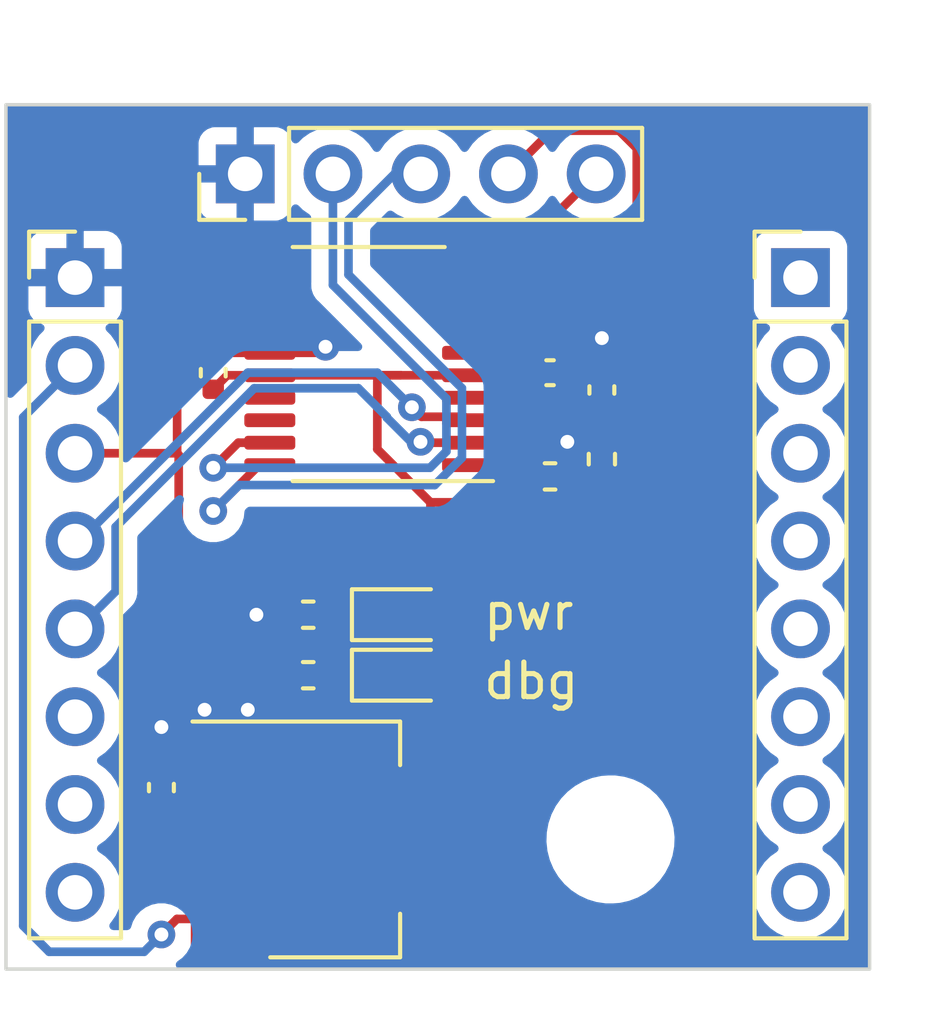
<source format=kicad_pcb>
(kicad_pcb (version 20221018) (generator pcbnew)
  (layers (0 "F.Cu" signal) (31 "B.Cu" signal) (34 "B.Paste" user) (35 "F.Paste" user) (36 "B.SilkS" user "B.Silkscreen") (37 "F.SilkS" user "F.Silkscreen") (38 "B.Mask" user) (39 "F.Mask" user) (44 "Edge.Cuts" user))
  (net 0 "")
  (net 1 "+3.3V")
  (net 2 "GND")
  (net 3 "/NRST")
  (net 4 "Net-(D1-K)")
  (net 5 "Net-(J1-Pin_1)")
  (net 6 "Net-(J1-Pin_2)")
  (net 7 "Net-(J1-Pin_3)")
  (net 8 "Net-(J1-Pin_4)")
  (net 9 "Net-(J1-Pin_5)")
  (net 10 "Net-(J1-Pin_6)")
  (net 11 "Net-(J1-Pin_7)")
  (net 12 "Net-(J1-Pin_8)")
  (net 13 "/SWDIO")
  (net 14 "/SWCLK")
  (net 15 "/vin")
  (net 16 "/PB1")
  (net 17 "/PF1")
  (net 18 "/PF0")
  (net 19 "Net-(J3-Pin_7)")
  (net 20 "Net-(J3-Pin_8)")
  (net 21 "Net-(U1-BOOT0)")
  (net 22 "Net-(D2-K)")
  (footprint "Capacitor_SMD:C_0402_1005Metric" (layer "F.Cu") (at 145.25 63.25 90)
    (fp_text reference "C3" hide)
    (fp_text value "22p")
    (fp_line (start -0.107836 -0.36) (end 0.107836 -0.36) (stroke (width 0.12)) (layer "F.SilkS"))
    (fp_line (start -0.107836 0.36) (end 0.107836 0.36) (stroke (width 0.12)) (layer "F.SilkS"))
    (pad "1" smd roundrect (at -0.48 0 90) (size 0.56 0.62) (layers "F.Cu" "F.Paste" "F.Mask") (net 3 "/NRST"))
    (pad "2" smd roundrect (at 0.48 0 90) (size 0.56 0.62) (layers "F.Cu" "F.Paste" "F.Mask") (net 2 "GND"))
  )
  (footprint "Capacitor_SMD:C_0402_1005Metric" (layer "F.Cu") (at 132.5 74.75 90)
    (fp_text reference "C1" hide)
    (fp_text value "100u")
    (fp_line (start -0.107836 -0.36) (end 0.107836 -0.36) (stroke (width 0.12)) (layer "F.SilkS"))
    (fp_line (start -0.107836 0.36) (end 0.107836 0.36) (stroke (width 0.12)) (layer "F.SilkS"))
    (pad "1" smd roundrect (at -0.48 0 90) (size 0.56 0.62) (layers "F.Cu" "F.Paste" "F.Mask") (net 1 "+3.3V"))
    (pad "2" smd roundrect (at 0.48 0 90) (size 0.56 0.62) (layers "F.Cu" "F.Paste" "F.Mask") (net 2 "GND"))
  )
  (footprint "Resistor_SMD:R_0402_1005Metric" (layer "F.Cu") (at 143.75 65.75)
    (fp_text reference "R2" hide)
    (fp_text value "4k7")
    (fp_line (start -0.153641 -0.38) (end 0.153641 -0.38) (stroke (width 0.12)) (layer "F.SilkS"))
    (fp_line (start -0.153641 0.38) (end 0.153641 0.38) (stroke (width 0.12)) (layer "F.SilkS"))
    (pad "1" smd roundrect (at -0.51 0) (size 0.54 0.64) (layers "F.Cu" "F.Paste" "F.Mask") (net 21 "Net-(U1-BOOT0)"))
    (pad "2" smd roundrect (at 0.51 0) (size 0.54 0.64) (layers "F.Cu" "F.Paste" "F.Mask") (net 2 "GND"))
  )
  (footprint "Resistor_SMD:R_0402_1005Metric" (layer "F.Cu") (at 145.25 65.25 90)
    (fp_text reference "R1" hide)
    (fp_text value "4k7")
    (fp_line (start -0.153641 -0.38) (end 0.153641 -0.38) (stroke (width 0.12)) (layer "F.SilkS"))
    (fp_line (start -0.153641 0.38) (end 0.153641 0.38) (stroke (width 0.12)) (layer "F.SilkS"))
    (pad "1" smd roundrect (at -0.51 0 90) (size 0.54 0.64) (layers "F.Cu" "F.Paste" "F.Mask") (net 1 "+3.3V"))
    (pad "2" smd roundrect (at 0.51 0 90) (size 0.54 0.64) (layers "F.Cu" "F.Paste" "F.Mask") (net 3 "/NRST"))
  )
  (footprint "LED_SMD:LED_0603_1608Metric" (layer "F.Cu") (at 139.5 69.75)
    (fp_text reference "D2" hide)
    (fp_text value "LED")
    (fp_line (start -1.485 -0.735) (end -1.485 0.735) (stroke (width 0.12)) (layer "F.SilkS"))
    (fp_line (start -1.485 0.735) (end 0.8 0.735) (stroke (width 0.12)) (layer "F.SilkS"))
    (fp_line (start 0.8 -0.735) (end -1.485 -0.735) (stroke (width 0.12)) (layer "F.SilkS"))
    (pad "1" smd roundrect (at -0.7875 0) (size 0.875 0.95) (layers "F.Cu" "F.Paste" "F.Mask") (net 22 "Net-(D2-K)"))
    (pad "2" smd roundrect (at 0.7875 0) (size 0.875 0.95) (layers "F.Cu" "F.Paste" "F.Mask") (net 1 "+3.3V"))
  )
  (footprint "MountingHole:MountingHole_3.2mm_M3" (layer "F.Cu") (at 145.5 76.25)
    (fp_text reference "REF**" hide)
    (fp_text value "MountingHole_3.2mm_M3")
    (pad "" np_thru_hole circle (at 0 0) (size 3.2 3.2) (drill 3.2) (layers "*.Cu" "*.Mask"))
  )
  (footprint "Resistor_SMD:R_0402_1005Metric" (layer "F.Cu") (at 136.75 69.75 180)
    (fp_text reference "R4" hide)
    (fp_text value "1k")
    (fp_line (start -0.153641 -0.38) (end 0.153641 -0.38) (stroke (width 0.12)) (layer "F.SilkS"))
    (fp_line (start -0.153641 0.38) (end 0.153641 0.38) (stroke (width 0.12)) (layer "F.SilkS"))
    (pad "1" smd roundrect (at -0.51 0 180) (size 0.54 0.64) (layers "F.Cu" "F.Paste" "F.Mask") (net 22 "Net-(D2-K)"))
    (pad "2" smd roundrect (at 0.51 0 180) (size 0.54 0.64) (layers "F.Cu" "F.Paste" "F.Mask") (net 2 "GND"))
  )
  (footprint "LED_SMD:LED_0603_1608Metric" (layer "F.Cu") (at 139.5 71.5)
    (fp_text reference "D1" hide)
    (fp_text value "LED")
    (fp_line (start -1.485 -0.735) (end -1.485 0.735) (stroke (width 0.12)) (layer "F.SilkS"))
    (fp_line (start -1.485 0.735) (end 0.8 0.735) (stroke (width 0.12)) (layer "F.SilkS"))
    (fp_line (start 0.8 -0.735) (end -1.485 -0.735) (stroke (width 0.12)) (layer "F.SilkS"))
    (pad "1" smd roundrect (at -0.7875 0) (size 0.875 0.95) (layers "F.Cu" "F.Paste" "F.Mask") (net 4 "Net-(D1-K)"))
    (pad "2" smd roundrect (at 0.7875 0) (size 0.875 0.95) (layers "F.Cu" "F.Paste" "F.Mask") (net 1 "+3.3V"))
  )
  (footprint "Resistor_SMD:R_0402_1005Metric" (layer "F.Cu") (at 136.75 71.5 180)
    (fp_text reference "R3" hide)
    (fp_text value "1k")
    (fp_line (start -0.153641 -0.38) (end 0.153641 -0.38) (stroke (width 0.12)) (layer "F.SilkS"))
    (fp_line (start -0.153641 0.38) (end 0.153641 0.38) (stroke (width 0.12)) (layer "F.SilkS"))
    (pad "1" smd roundrect (at -0.51 0 180) (size 0.54 0.64) (layers "F.Cu" "F.Paste" "F.Mask") (net 4 "Net-(D1-K)"))
    (pad "2" smd roundrect (at 0.51 0 180) (size 0.54 0.64) (layers "F.Cu" "F.Paste" "F.Mask") (net 16 "/PB1"))
  )
  (footprint "Package_TO_SOT_SMD:SOT-223-3_TabPin2" (layer "F.Cu") (at 137.5 76.25)
    (fp_text reference "U2" hide)
    (fp_text value "AMS1117-3.3")
    (fp_line (start -4.1 -3.41) (end 1.91 -3.41) (stroke (width 0.12)) (layer "F.SilkS"))
    (fp_line (start -1.85 3.41) (end 1.91 3.41) (stroke (width 0.12)) (layer "F.SilkS"))
    (fp_line (start 1.91 -3.41) (end 1.91 -2.15) (stroke (width 0.12)) (layer "F.SilkS"))
    (fp_line (start 1.91 3.41) (end 1.91 2.15) (stroke (width 0.12)) (layer "F.SilkS"))
    (pad "1" smd rect (at -3.15 -2.3) (size 2 1.5) (layers "F.Cu" "F.Paste" "F.Mask") (net 2 "GND"))
    (pad "2" smd rect (at -3.15 0) (size 2 1.5) (layers "F.Cu" "F.Paste" "F.Mask") (net 1 "+3.3V"))
    (pad "2" smd rect (at 3.15 0) (size 2 3.8) (layers "F.Cu" "F.Paste" "F.Mask") (net 1 "+3.3V"))
    (pad "3" smd rect (at -3.15 2.3) (size 2 1.5) (layers "F.Cu" "F.Paste" "F.Mask") (net 15 "/vin"))
  )
  (footprint "Capacitor_SMD:C_0402_1005Metric" (layer "F.Cu") (at 143.75 62.75)
    (fp_text reference "C4" hide)
    (fp_text value "100u")
    (fp_line (start -0.107836 -0.36) (end 0.107836 -0.36) (stroke (width 0.12)) (layer "F.SilkS"))
    (fp_line (start -0.107836 0.36) (end 0.107836 0.36) (stroke (width 0.12)) (layer "F.SilkS"))
    (pad "1" smd roundrect (at -0.48 0) (size 0.56 0.62) (layers "F.Cu" "F.Paste" "F.Mask") (net 1 "+3.3V"))
    (pad "2" smd roundrect (at 0.48 0) (size 0.56 0.62) (layers "F.Cu" "F.Paste" "F.Mask") (net 2 "GND"))
  )
  (footprint "Connector_PinHeader_2.54mm:PinHeader_1x08_P2.54mm_Vertical" (layer "F.Cu") (at 130 60)
    (fp_text reference "J3" hide)
    (fp_text value "gpiob")
    (fp_line (start -1.33 -1.33) (end 0 -1.33) (stroke (width 0.12)) (layer "F.SilkS"))
    (fp_line (start -1.33 0) (end -1.33 -1.33) (stroke (width 0.12)) (layer "F.SilkS"))
    (fp_line (start -1.33 1.27) (end -1.33 19.11) (stroke (width 0.12)) (layer "F.SilkS"))
    (fp_line (start -1.33 1.27) (end 1.33 1.27) (stroke (width 0.12)) (layer "F.SilkS"))
    (fp_line (start -1.33 19.11) (end 1.33 19.11) (stroke (width 0.12)) (layer "F.SilkS"))
    (fp_line (start 1.33 1.27) (end 1.33 19.11) (stroke (width 0.12)) (layer "F.SilkS"))
    (pad "1" thru_hole rect (at 0 0) (size 1.7 1.7) (drill 1) (layers "*.Cu" "*.Mask") (net 2 "GND"))
    (pad "2" thru_hole oval (at 0 2.54) (size 1.7 1.7) (drill 1) (layers "*.Cu" "*.Mask") (net 15 "/vin"))
    (pad "3" thru_hole oval (at 0 5.08) (size 1.7 1.7) (drill 1) (layers "*.Cu" "*.Mask") (net 16 "/PB1"))
    (pad "4" thru_hole oval (at 0 7.62) (size 1.7 1.7) (drill 1) (layers "*.Cu" "*.Mask") (net 17 "/PF1"))
    (pad "5" thru_hole oval (at 0 10.16) (size 1.7 1.7) (drill 1) (layers "*.Cu" "*.Mask") (net 18 "/PF0"))
    (pad "6" thru_hole oval (at 0 12.7) (size 1.7 1.7) (drill 1) (layers "*.Cu" "*.Mask") (net 3 "/NRST"))
    (pad "7" thru_hole oval (at 0 15.24) (size 1.7 1.7) (drill 1) (layers "*.Cu" "*.Mask") (net 19 "Net-(J3-Pin_7)"))
    (pad "8" thru_hole oval (at 0 17.78) (size 1.7 1.7) (drill 1) (layers "*.Cu" "*.Mask") (net 20 "Net-(J3-Pin_8)"))
  )
  (footprint "Capacitor_SMD:C_0402_1005Metric" (layer "F.Cu") (at 134 62.75 90)
    (fp_text reference "C2" hide)
    (fp_text value "100u")
    (fp_line (start -0.107836 -0.36) (end 0.107836 -0.36) (stroke (width 0.12)) (layer "F.SilkS"))
    (fp_line (start -0.107836 0.36) (end 0.107836 0.36) (stroke (width 0.12)) (layer "F.SilkS"))
    (pad "1" smd roundrect (at -0.48 0 90) (size 0.56 0.62) (layers "F.Cu" "F.Paste" "F.Mask") (net 1 "+3.3V"))
    (pad "2" smd roundrect (at 0.48 0 90) (size 0.56 0.62) (layers "F.Cu" "F.Paste" "F.Mask") (net 2 "GND"))
  )
  (footprint "Connector_PinHeader_2.54mm:PinHeader_1x05_P2.54mm_Vertical" (layer "F.Cu") (at 134.925 57 90)
    (fp_text reference "J2" hide)
    (fp_text value "programming")
    (fp_line (start -1.33 -1.33) (end 0 -1.33) (stroke (width 0.12)) (layer "F.SilkS"))
    (fp_line (start -1.33 0) (end -1.33 -1.33) (stroke (width 0.12)) (layer "F.SilkS"))
    (fp_line (start -1.33 1.27) (end -1.33 11.49) (stroke (width 0.12)) (layer "F.SilkS"))
    (fp_line (start -1.33 1.27) (end 1.33 1.27) (stroke (width 0.12)) (layer "F.SilkS"))
    (fp_line (start -1.33 11.49) (end 1.33 11.49) (stroke (width 0.12)) (layer "F.SilkS"))
    (fp_line (start 1.33 1.27) (end 1.33 11.49) (stroke (width 0.12)) (layer "F.SilkS"))
    (pad "1" thru_hole rect (at 0 0 90) (size 1.7 1.7) (drill 1) (layers "*.Cu" "*.Mask") (net 2 "GND"))
    (pad "2" thru_hole oval (at 0 2.54 90) (size 1.7 1.7) (drill 1) (layers "*.Cu" "*.Mask") (net 13 "/SWDIO"))
    (pad "3" thru_hole oval (at 0 5.08 90) (size 1.7 1.7) (drill 1) (layers "*.Cu" "*.Mask") (net 14 "/SWCLK"))
    (pad "4" thru_hole oval (at 0 7.62 90) (size 1.7 1.7) (drill 1) (layers "*.Cu" "*.Mask") (net 3 "/NRST"))
    (pad "5" thru_hole oval (at 0 10.16 90) (size 1.7 1.7) (drill 1) (layers "*.Cu" "*.Mask") (net 1 "+3.3V"))
  )
  (footprint "Package_SO:TSSOP-20_4.4x6.5mm_P0.65mm" (layer "F.Cu") (at 138.5 62.5 180)
    (fp_text reference "U1" hide)
    (fp_text value "STM32F030F4Px")
    (fp_line (start 0 -3.385) (end -3.6 -3.385) (stroke (width 0.12)) (layer "F.SilkS"))
    (fp_line (start 0 -3.385) (end 2.2 -3.385) (stroke (width 0.12)) (layer "F.SilkS"))
    (fp_line (start 0 3.385) (end -2.2 3.385) (stroke (width 0.12)) (layer "F.SilkS"))
    (fp_line (start 0 3.385) (end 2.2 3.385) (stroke (width 0.12)) (layer "F.SilkS"))
    (pad "1" smd roundrect (at -2.8625 -2.925 180) (size 1.475 0.4) (layers "F.Cu" "F.Paste" "F.Mask") (net 21 "Net-(U1-BOOT0)"))
    (pad "2" smd roundrect (at -2.8625 -2.275 180) (size 1.475 0.4) (layers "F.Cu" "F.Paste" "F.Mask") (net 18 "/PF0"))
    (pad "3" smd roundrect (at -2.8625 -1.625 180) (size 1.475 0.4) (layers "F.Cu" "F.Paste" "F.Mask") (net 17 "/PF1"))
    (pad "4" smd roundrect (at -2.8625 -0.975 180) (size 1.475 0.4) (layers "F.Cu" "F.Paste" "F.Mask") (net 3 "/NRST"))
    (pad "5" smd roundrect (at -2.8625 -0.325 180) (size 1.475 0.4) (layers "F.Cu" "F.Paste" "F.Mask") (net 1 "+3.3V"))
    (pad "6" smd roundrect (at -2.8625 0.325 180) (size 1.475 0.4) (layers "F.Cu" "F.Paste" "F.Mask") (net 12 "Net-(J1-Pin_8)"))
    (pad "7" smd roundrect (at -2.8625 0.975 180) (size 1.475 0.4) (layers "F.Cu" "F.Paste" "F.Mask") (net 11 "Net-(J1-Pin_7)"))
    (pad "8" smd roundrect (at -2.8625 1.625 180) (size 1.475 0.4) (layers "F.Cu" "F.Paste" "F.Mask") (net 10 "Net-(J1-Pin_6)"))
    (pad "9" smd roundrect (at -2.8625 2.275 180) (size 1.475 0.4) (layers "F.Cu" "F.Paste" "F.Mask") (net 9 "Net-(J1-Pin_5)"))
    (pad "10" smd roundrect (at -2.8625 2.925 180) (size 1.475 0.4) (layers "F.Cu" "F.Paste" "F.Mask") (net 8 "Net-(J1-Pin_4)"))
    (pad "11" smd roundrect (at 2.8625 2.925 180) (size 1.475 0.4) (layers "F.Cu" "F.Paste" "F.Mask") (net 7 "Net-(J1-Pin_3)"))
    (pad "12" smd roundrect (at 2.8625 2.275 180) (size 1.475 0.4) (layers "F.Cu" "F.Paste" "F.Mask") (net 6 "Net-(J1-Pin_2)"))
    (pad "13" smd roundrect (at 2.8625 1.625 180) (size 1.475 0.4) (layers "F.Cu" "F.Paste" "F.Mask") (net 5 "Net-(J1-Pin_1)"))
    (pad "14" smd roundrect (at 2.8625 0.975 180) (size 1.475 0.4) (layers "F.Cu" "F.Paste" "F.Mask") (net 16 "/PB1"))
    (pad "15" smd roundrect (at 2.8625 0.325 180) (size 1.475 0.4) (layers "F.Cu" "F.Paste" "F.Mask") (net 2 "GND"))
    (pad "16" smd roundrect (at 2.8625 -0.325 180) (size 1.475 0.4) (layers "F.Cu" "F.Paste" "F.Mask") (net 1 "+3.3V"))
    (pad "17" smd roundrect (at 2.8625 -0.975 180) (size 1.475 0.4) (layers "F.Cu" "F.Paste" "F.Mask") (net 20 "Net-(J3-Pin_8)"))
    (pad "18" smd roundrect (at 2.8625 -1.625 180) (size 1.475 0.4) (layers "F.Cu" "F.Paste" "F.Mask") (net 19 "Net-(J3-Pin_7)"))
    (pad "19" smd roundrect (at 2.8625 -2.275 180) (size 1.475 0.4) (layers "F.Cu" "F.Paste" "F.Mask") (net 13 "/SWDIO"))
    (pad "20" smd roundrect (at 2.8625 -2.925 180) (size 1.475 0.4) (layers "F.Cu" "F.Paste" "F.Mask") (net 14 "/SWCLK"))
  )
  (footprint "Connector_PinHeader_2.54mm:PinHeader_1x08_P2.54mm_Vertical" (layer "F.Cu") (at 151 60)
    (fp_text reference "J1" hide)
    (fp_text value "gpioa")
    (fp_line (start -1.33 -1.33) (end 0 -1.33) (stroke (width 0.12)) (layer "F.SilkS"))
    (fp_line (start -1.33 0) (end -1.33 -1.33) (stroke (width 0.12)) (layer "F.SilkS"))
    (fp_line (start -1.33 1.27) (end -1.33 19.11) (stroke (width 0.12)) (layer "F.SilkS"))
    (fp_line (start -1.33 1.27) (end 1.33 1.27) (stroke (width 0.12)) (layer "F.SilkS"))
    (fp_line (start -1.33 19.11) (end 1.33 19.11) (stroke (width 0.12)) (layer "F.SilkS"))
    (fp_line (start 1.33 1.27) (end 1.33 19.11) (stroke (width 0.12)) (layer "F.SilkS"))
    (pad "1" thru_hole rect (at 0 0) (size 1.7 1.7) (drill 1) (layers "*.Cu" "*.Mask") (net 5 "Net-(J1-Pin_1)"))
    (pad "2" thru_hole oval (at 0 2.54) (size 1.7 1.7) (drill 1) (layers "*.Cu" "*.Mask") (net 6 "Net-(J1-Pin_2)"))
    (pad "3" thru_hole oval (at 0 5.08) (size 1.7 1.7) (drill 1) (layers "*.Cu" "*.Mask") (net 7 "Net-(J1-Pin_3)"))
    (pad "4" thru_hole oval (at 0 7.62) (size 1.7 1.7) (drill 1) (layers "*.Cu" "*.Mask") (net 8 "Net-(J1-Pin_4)"))
    (pad "5" thru_hole oval (at 0 10.16) (size 1.7 1.7) (drill 1) (layers "*.Cu" "*.Mask") (net 9 "Net-(J1-Pin_5)"))
    (pad "6" thru_hole oval (at 0 12.7) (size 1.7 1.7) (drill 1) (layers "*.Cu" "*.Mask") (net 10 "Net-(J1-Pin_6)"))
    (pad "7" thru_hole oval (at 0 15.24) (size 1.7 1.7) (drill 1) (layers "*.Cu" "*.Mask") (net 11 "Net-(J1-Pin_7)"))
    (pad "8" thru_hole oval (at 0 17.78) (size 1.7 1.7) (drill 1) (layers "*.Cu" "*.Mask") (net 12 "Net-(J1-Pin_8)"))
  )
  (gr_rect (start 128 55) (end 153 80) (stroke (width 0.1)) (fill none) (layer "Edge.Cuts"))
  (gr_text "dbg" (at 141.75 72.25) (layer "F.SilkS") (effects (font (size 1 1)) (justify left bottom)))
  (gr_text "pwr" (at 141.75 70.25) (layer "F.SilkS") (effects (font (size 1 1)) (justify left bottom)))
  (segment (start 143.195 62.825) (end 143.27 62.75) (width 0.25) (layer "F.Cu") (net 1))
  (segment (start 139.425 62.825) (end 135.6375 62.825) (width 0.25) (layer "F.Cu") (net 1))
  (segment (start 143.27 62.75) (end 143.27 58.815) (width 0.25) (layer "F.Cu") (net 1))
  (segment (start 145 66.5) (end 140.2875 66.5) (width 0.25) (layer "F.Cu") (net 1))
  (segment (start 145.25 65.76) (end 145.25 66.25) (width 0.25) (layer "F.Cu") (net 1))
  (segment (start 145.25 66.25) (end 145 66.5) (width 0.25) (layer "F.Cu") (net 1))
  (segment (start 140.2875 66.5) (end 140.2875 67.4625) (width 0.25) (layer "F.Cu") (net 1))
  (segment (start 143.27 58.815) (end 145.085 57) (width 0.25) (layer "F.Cu") (net 1))
  (segment (start 138.75 62.825) (end 138.75 64.9625) (width 0.25) (layer "F.Cu") (net 1))
  (segment (start 134 63.23) (end 134.405 62.825) (width 0.25) (layer "F.Cu") (net 1))
  (segment (start 138.75 64.9625) (end 140.2875 66.5) (width 0.25) (layer "F.Cu") (net 1))
  (segment (start 139.425 62.825) (end 138.75 62.825) (width 0.25) (layer "F.Cu") (net 1))
  (segment (start 134.405 62.825) (end 135.6375 62.825) (width 0.25) (layer "F.Cu") (net 1))
  (segment (start 141.3625 62.825) (end 143.195 62.825) (width 0.25) (layer "F.Cu") (net 1))
  (segment (start 141.3625 62.825) (end 139.425 62.825) (width 0.25) (layer "F.Cu") (net 1))
  (segment (start 140.2875 67.4625) (end 140.2875 69.75) (width 0.25) (layer "F.Cu") (net 1))
  (segment (start 137.25 62) (end 137.075 62.175) (width 0.25) (layer "F.Cu") (net 2))
  (segment (start 144.26 64.76) (end 144.26 65.75) (width 0.25) (layer "F.Cu") (net 2))
  (segment (start 135.6375 62.175) (end 134.095 62.175) (width 0.25) (layer "F.Cu") (net 2))
  (segment (start 144.25 64.75) (end 144.26 64.76) (width 0.25) (layer "F.Cu") (net 2))
  (segment (start 144.75 61.75) (end 145.25 61.75) (width 0.25) (layer "F.Cu") (net 2))
  (segment (start 135.25 69.75) (end 136.24 69.75) (width 0.25) (layer "F.Cu") (net 2))
  (segment (start 144.23 62.27) (end 144.75 61.75) (width 0.25) (layer "F.Cu") (net 2))
  (segment (start 137.075 62.175) (end 135.6375 62.175) (width 0.25) (layer "F.Cu") (net 2))
  (segment (start 144.23 62.75) (end 144.23 62.27) (width 0.25) (layer "F.Cu") (net 2))
  (segment (start 145.25 62.77) (end 145.25 61.75) (width 0.25) (layer "F.Cu") (net 2))
  (segment (start 134.095 62.175) (end 134 62.27) (width 0.25) (layer "F.Cu") (net 2))
  (via (at 135.25 69.75) (size 0.8) (drill 0.4) (layers "F.Cu" "B.Cu") (net 2))
  (via (at 145.25 61.75) (size 0.8) (drill 0.4) (layers "F.Cu" "B.Cu") (net 2))
  (via (at 144.25 64.75) (size 0.8) (drill 0.4) (layers "F.Cu" "B.Cu") (net 2))
  (via (at 133.75 72.5) (size 0.8) (drill 0.4) (layers "F.Cu" "B.Cu") (net 2))
  (via (at 137.25 62) (size 0.8) (drill 0.4) (layers "F.Cu" "B.Cu") (net 2))
  (via (at 132.5 73) (size 0.8) (drill 0.4) (layers "F.Cu" "B.Cu") (net 2))
  (via (at 135 72.5) (size 0.8) (drill 0.4) (layers "F.Cu" "B.Cu") (net 2))
  (segment (start 146.26 56.26) (end 145.75 55.75) (width 0.25) (layer "F.Cu") (net 3))
  (segment (start 145.25 63.73) (end 144.995 63.475) (width 0.25) (layer "F.Cu") (net 3))
  (segment (start 145.27 63.73) (end 146.26 62.74) (width 0.25) (layer "F.Cu") (net 3))
  (segment (start 145.75 55.75) (end 143.795 55.75) (width 0.25) (layer "F.Cu") (net 3))
  (segment (start 143.795 55.75) (end 142.545 57) (width 0.25) (layer "F.Cu") (net 3))
  (segment (start 145.25 63.73) (end 145.27 63.73) (width 0.25) (layer "F.Cu") (net 3))
  (segment (start 145.25 63.73) (end 145.25 64.74) (width 0.25) (layer "F.Cu") (net 3))
  (segment (start 146.26 62.74) (end 146.26 56.26) (width 0.25) (layer "F.Cu") (net 3))
  (segment (start 144.995 63.475) (end 141.3625 63.475) (width 0.25) (layer "F.Cu") (net 3))
  (segment (start 138.7125 71.5) (end 137.26 71.5) (width 0.25) (layer "F.Cu") (net 4))
  (segment (start 134.725 64.775) (end 134 65.5) (width 0.25) (layer "F.Cu") (net 13))
  (segment (start 135.6375 64.775) (end 134.725 64.775) (width 0.25) (layer "F.Cu") (net 13))
  (via (at 134 65.5) (size 0.8) (drill 0.4) (layers "F.Cu" "B.Cu") (net 13))
  (segment (start 137.465 60.215) (end 137.465 57) (width 0.25) (layer "B.Cu") (net 13))
  (segment (start 140.75 65.025305) (end 140.75 63.5) (width 0.25) (layer "B.Cu") (net 13))
  (segment (start 140.75 63.5) (end 137.465 60.215) (width 0.25) (layer "B.Cu") (net 13))
  (segment (start 140.275305 65.5) (end 140.75 65.025305) (width 0.25) (layer "B.Cu") (net 13))
  (segment (start 134 65.5) (end 140.275305 65.5) (width 0.25) (layer "B.Cu") (net 13))
  (segment (start 135.325 65.425) (end 134 66.75) (width 0.25) (layer "F.Cu") (net 14))
  (segment (start 135.6375 65.425) (end 135.325 65.425) (width 0.25) (layer "F.Cu") (net 14))
  (via (at 134 66.75) (size 0.8) (drill 0.4) (layers "F.Cu" "B.Cu") (net 14))
  (segment (start 134 66.75) (end 134.75 66) (width 0.25) (layer "B.Cu") (net 14))
  (segment (start 141.2 65.211701) (end 141.2 63.2) (width 0.25) (layer "B.Cu") (net 14))
  (segment (start 140.411701 66) (end 141.2 65.211701) (width 0.25) (layer "B.Cu") (net 14))
  (segment (start 137.915 58.335) (end 139.25 57) (width 0.25) (layer "B.Cu") (net 14))
  (segment (start 134.75 66) (end 140.411701 66) (width 0.25) (layer "B.Cu") (net 14))
  (segment (start 139.25 57) (end 140.005 57) (width 0.25) (layer "B.Cu") (net 14))
  (segment (start 137.915 59.915) (end 137.915 58.335) (width 0.25) (layer "B.Cu") (net 14))
  (segment (start 141.2 63.2) (end 137.915 59.915) (width 0.25) (layer "B.Cu") (net 14))
  (segment (start 132.95 78.55) (end 134.35 78.55) (width 0.25) (layer "F.Cu") (net 15))
  (segment (start 132.5 79) (end 132.95 78.55) (width 0.25) (layer "F.Cu") (net 15))
  (via (at 132.5 79) (size 0.8) (drill 0.4) (layers "F.Cu" "B.Cu") (net 15))
  (segment (start 132.5 79) (end 132 79.5) (width 0.25) (layer "B.Cu") (net 15))
  (segment (start 129.25 79.5) (end 128.5 78.75) (width 0.25) (layer "B.Cu") (net 15))
  (segment (start 128.5 64.04) (end 130 62.54) (width 0.25) (layer "B.Cu") (net 15))
  (segment (start 132 79.5) (end 129.25 79.5) (width 0.25) (layer "B.Cu") (net 15))
  (segment (start 128.5 78.75) (end 128.5 64.04) (width 0.25) (layer "B.Cu") (net 15))
  (segment (start 135.49 70.75) (end 133.75 70.75) (width 0.25) (layer "F.Cu") (net 16))
  (segment (start 133.75 70.75) (end 133 70) (width 0.25) (layer "F.Cu") (net 16))
  (segment (start 133 65.125) (end 132.955 65.08) (width 0.25) (layer "F.Cu") (net 16))
  (segment (start 133 70) (end 133 65.125) (width 0.25) (layer "F.Cu") (net 16))
  (segment (start 132.955 62.045) (end 133.475 61.525) (width 0.25) (layer "F.Cu") (net 16))
  (segment (start 136.24 71.5) (end 135.49 70.75) (width 0.25) (layer "F.Cu") (net 16))
  (segment (start 133.475 61.525) (end 135.6375 61.525) (width 0.25) (layer "F.Cu") (net 16))
  (segment (start 132.955 65.08) (end 132.955 62.045) (width 0.25) (layer "F.Cu") (net 16))
  (segment (start 132.955 65.08) (end 130 65.08) (width 0.25) (layer "F.Cu") (net 16))
  (segment (start 140.025 64.025) (end 139.75 63.75) (width 0.25) (layer "F.Cu") (net 17))
  (segment (start 141.3625 64.125) (end 141.2625 64.025) (width 0.25) (layer "F.Cu") (net 17))
  (segment (start 141.2625 64.025) (end 140.025 64.025) (width 0.25) (layer "F.Cu") (net 17))
  (via (at 139.75 63.75) (size 0.8) (drill 0.4) (layers "F.Cu" "B.Cu") (net 17))
  (segment (start 135 62.75) (end 130.13 67.62) (width 0.25) (layer "B.Cu") (net 17))
  (segment (start 139.75 63.75) (end 138.75 62.75) (width 0.25) (layer "B.Cu") (net 17))
  (segment (start 130.13 67.62) (end 130 67.62) (width 0.25) (layer "B.Cu") (net 17))
  (segment (start 138.75 62.75) (end 135 62.75) (width 0.25) (layer "B.Cu") (net 17))
  (segment (start 141.3625 64.775) (end 140.025 64.775) (width 0.25) (layer "F.Cu") (net 18))
  (segment (start 140.025 64.775) (end 140 64.75) (width 0.25) (layer "F.Cu") (net 18))
  (via (at 140 64.75) (size 0.8) (drill 0.4) (layers "F.Cu" "B.Cu") (net 18))
  (segment (start 140 64.75) (end 139.724695 64.75) (width 0.25) (layer "B.Cu") (net 18))
  (segment (start 139.025 64.025) (end 138.2 63.2) (width 0.25) (layer "B.Cu") (net 18))
  (segment (start 139.025 64.050305) (end 139.025 64.025) (width 0.25) (layer "B.Cu") (net 18))
  (segment (start 135.186396 63.2) (end 131.175 67.211396) (width 0.25) (layer "B.Cu") (net 18))
  (segment (start 138.2 63.2) (end 135.186396 63.2) (width 0.25) (layer "B.Cu") (net 18))
  (segment (start 139.724695 64.75) (end 139.025 64.050305) (width 0.25) (layer "B.Cu") (net 18))
  (segment (start 130.09 70.16) (end 130 70.16) (width 0.25) (layer "B.Cu") (net 18))
  (segment (start 131.175 67.211396) (end 131.175 69.075) (width 0.25) (layer "B.Cu") (net 18))
  (segment (start 131.175 69.075) (end 130.09 70.16) (width 0.25) (layer "B.Cu") (net 18))
  (segment (start 142.915 65.425) (end 143.24 65.75) (width 0.25) (layer "F.Cu") (net 21))
  (segment (start 141.3625 65.425) (end 142.915 65.425) (width 0.25) (layer "F.Cu") (net 21))
  (segment (start 138.7125 69.75) (end 137.26 69.75) (width 0.25) (layer "F.Cu") (net 22))
  (zone (net 2) (net_name "GND") (layer "F.Cu") (priority 1) (connect_pads yes (clearance 0.5)) (min_thickness 0.25) (fill yes (thermal_gap 0.5) (thermal_bridge_width 0.5))
    (polygon (pts (xy 132 74.75) (xy 135.5 74.75) (xy 135.5 72) (xy 132.75 72) (xy 132 72.75)))
  )
  (zone (net 1) (net_name "+3.3V") (layer "F.Cu") (priority 2) (connect_pads yes (clearance 0.5)) (min_thickness 0.25) (fill yes (thermal_gap 0.5) (thermal_bridge_width 0.5))
    (polygon (pts (xy 132 75) (xy 132 76.5) (xy 132.75 77.25) (xy 136 77.25) (xy 137 78.25) (xy 141.75 78.25) (xy 141.75 69) (xy 139.75 69) (xy 139.75 73.25) (xy 138 75)))
  )
  (zone (net 2) (net_name "GND") (layer "B.Cu") (connect_pads (clearance 0.5)) (min_thickness 0.25) (fill yes (thermal_gap 0.5) (thermal_bridge_width 0.5))
    (polygon (pts (xy 128 55) (xy 153 55) (xy 153 80) (xy 128 80)))
  )
)
</source>
